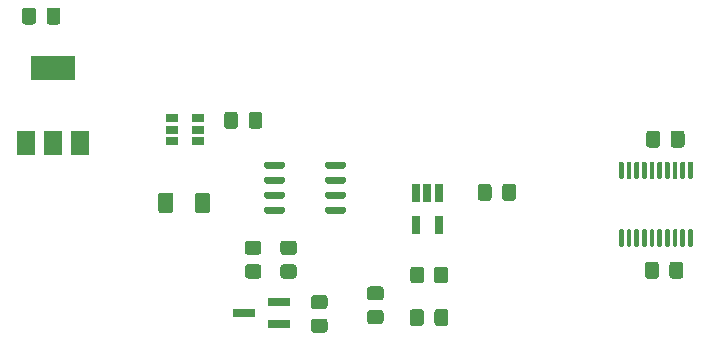
<source format=gtp>
G04 #@! TF.GenerationSoftware,KiCad,Pcbnew,5.1.10*
G04 #@! TF.CreationDate,2021-08-08T14:06:15+01:00*
G04 #@! TF.ProjectId,JBC controller,4a424320-636f-46e7-9472-6f6c6c65722e,rev?*
G04 #@! TF.SameCoordinates,Original*
G04 #@! TF.FileFunction,Paste,Top*
G04 #@! TF.FilePolarity,Positive*
%FSLAX46Y46*%
G04 Gerber Fmt 4.6, Leading zero omitted, Abs format (unit mm)*
G04 Created by KiCad (PCBNEW 5.1.10) date 2021-08-08 14:06:15*
%MOMM*%
%LPD*%
G01*
G04 APERTURE LIST*
%ADD10R,3.800000X2.000000*%
%ADD11R,1.500000X2.000000*%
%ADD12R,1.060000X0.650000*%
%ADD13R,0.650000X1.560000*%
%ADD14R,1.900000X0.800000*%
G04 APERTURE END LIST*
G36*
G01*
X107949999Y-103600000D02*
X108850001Y-103600000D01*
G75*
G02*
X109100000Y-103849999I0J-249999D01*
G01*
X109100000Y-104550001D01*
G75*
G02*
X108850001Y-104800000I-249999J0D01*
G01*
X107949999Y-104800000D01*
G75*
G02*
X107700000Y-104550001I0J249999D01*
G01*
X107700000Y-103849999D01*
G75*
G02*
X107949999Y-103600000I249999J0D01*
G01*
G37*
G36*
G01*
X107949999Y-105600000D02*
X108850001Y-105600000D01*
G75*
G02*
X109100000Y-105849999I0J-249999D01*
G01*
X109100000Y-106550001D01*
G75*
G02*
X108850001Y-106800000I-249999J0D01*
G01*
X107949999Y-106800000D01*
G75*
G02*
X107700000Y-106550001I0J249999D01*
G01*
X107700000Y-105849999D01*
G75*
G02*
X107949999Y-105600000I249999J0D01*
G01*
G37*
G36*
G01*
X136675000Y-104100000D02*
X136475000Y-104100000D01*
G75*
G02*
X136375000Y-104000000I0J100000D01*
G01*
X136375000Y-102725000D01*
G75*
G02*
X136475000Y-102625000I100000J0D01*
G01*
X136675000Y-102625000D01*
G75*
G02*
X136775000Y-102725000I0J-100000D01*
G01*
X136775000Y-104000000D01*
G75*
G02*
X136675000Y-104100000I-100000J0D01*
G01*
G37*
G36*
G01*
X137325000Y-104100000D02*
X137125000Y-104100000D01*
G75*
G02*
X137025000Y-104000000I0J100000D01*
G01*
X137025000Y-102725000D01*
G75*
G02*
X137125000Y-102625000I100000J0D01*
G01*
X137325000Y-102625000D01*
G75*
G02*
X137425000Y-102725000I0J-100000D01*
G01*
X137425000Y-104000000D01*
G75*
G02*
X137325000Y-104100000I-100000J0D01*
G01*
G37*
G36*
G01*
X137975000Y-104100000D02*
X137775000Y-104100000D01*
G75*
G02*
X137675000Y-104000000I0J100000D01*
G01*
X137675000Y-102725000D01*
G75*
G02*
X137775000Y-102625000I100000J0D01*
G01*
X137975000Y-102625000D01*
G75*
G02*
X138075000Y-102725000I0J-100000D01*
G01*
X138075000Y-104000000D01*
G75*
G02*
X137975000Y-104100000I-100000J0D01*
G01*
G37*
G36*
G01*
X138625000Y-104100000D02*
X138425000Y-104100000D01*
G75*
G02*
X138325000Y-104000000I0J100000D01*
G01*
X138325000Y-102725000D01*
G75*
G02*
X138425000Y-102625000I100000J0D01*
G01*
X138625000Y-102625000D01*
G75*
G02*
X138725000Y-102725000I0J-100000D01*
G01*
X138725000Y-104000000D01*
G75*
G02*
X138625000Y-104100000I-100000J0D01*
G01*
G37*
G36*
G01*
X139275000Y-104100000D02*
X139075000Y-104100000D01*
G75*
G02*
X138975000Y-104000000I0J100000D01*
G01*
X138975000Y-102725000D01*
G75*
G02*
X139075000Y-102625000I100000J0D01*
G01*
X139275000Y-102625000D01*
G75*
G02*
X139375000Y-102725000I0J-100000D01*
G01*
X139375000Y-104000000D01*
G75*
G02*
X139275000Y-104100000I-100000J0D01*
G01*
G37*
G36*
G01*
X139925000Y-104100000D02*
X139725000Y-104100000D01*
G75*
G02*
X139625000Y-104000000I0J100000D01*
G01*
X139625000Y-102725000D01*
G75*
G02*
X139725000Y-102625000I100000J0D01*
G01*
X139925000Y-102625000D01*
G75*
G02*
X140025000Y-102725000I0J-100000D01*
G01*
X140025000Y-104000000D01*
G75*
G02*
X139925000Y-104100000I-100000J0D01*
G01*
G37*
G36*
G01*
X140575000Y-104100000D02*
X140375000Y-104100000D01*
G75*
G02*
X140275000Y-104000000I0J100000D01*
G01*
X140275000Y-102725000D01*
G75*
G02*
X140375000Y-102625000I100000J0D01*
G01*
X140575000Y-102625000D01*
G75*
G02*
X140675000Y-102725000I0J-100000D01*
G01*
X140675000Y-104000000D01*
G75*
G02*
X140575000Y-104100000I-100000J0D01*
G01*
G37*
G36*
G01*
X141225000Y-104100000D02*
X141025000Y-104100000D01*
G75*
G02*
X140925000Y-104000000I0J100000D01*
G01*
X140925000Y-102725000D01*
G75*
G02*
X141025000Y-102625000I100000J0D01*
G01*
X141225000Y-102625000D01*
G75*
G02*
X141325000Y-102725000I0J-100000D01*
G01*
X141325000Y-104000000D01*
G75*
G02*
X141225000Y-104100000I-100000J0D01*
G01*
G37*
G36*
G01*
X141875000Y-104100000D02*
X141675000Y-104100000D01*
G75*
G02*
X141575000Y-104000000I0J100000D01*
G01*
X141575000Y-102725000D01*
G75*
G02*
X141675000Y-102625000I100000J0D01*
G01*
X141875000Y-102625000D01*
G75*
G02*
X141975000Y-102725000I0J-100000D01*
G01*
X141975000Y-104000000D01*
G75*
G02*
X141875000Y-104100000I-100000J0D01*
G01*
G37*
G36*
G01*
X142525000Y-104100000D02*
X142325000Y-104100000D01*
G75*
G02*
X142225000Y-104000000I0J100000D01*
G01*
X142225000Y-102725000D01*
G75*
G02*
X142325000Y-102625000I100000J0D01*
G01*
X142525000Y-102625000D01*
G75*
G02*
X142625000Y-102725000I0J-100000D01*
G01*
X142625000Y-104000000D01*
G75*
G02*
X142525000Y-104100000I-100000J0D01*
G01*
G37*
G36*
G01*
X142525000Y-98375000D02*
X142325000Y-98375000D01*
G75*
G02*
X142225000Y-98275000I0J100000D01*
G01*
X142225000Y-97000000D01*
G75*
G02*
X142325000Y-96900000I100000J0D01*
G01*
X142525000Y-96900000D01*
G75*
G02*
X142625000Y-97000000I0J-100000D01*
G01*
X142625000Y-98275000D01*
G75*
G02*
X142525000Y-98375000I-100000J0D01*
G01*
G37*
G36*
G01*
X141875000Y-98375000D02*
X141675000Y-98375000D01*
G75*
G02*
X141575000Y-98275000I0J100000D01*
G01*
X141575000Y-97000000D01*
G75*
G02*
X141675000Y-96900000I100000J0D01*
G01*
X141875000Y-96900000D01*
G75*
G02*
X141975000Y-97000000I0J-100000D01*
G01*
X141975000Y-98275000D01*
G75*
G02*
X141875000Y-98375000I-100000J0D01*
G01*
G37*
G36*
G01*
X141225000Y-98375000D02*
X141025000Y-98375000D01*
G75*
G02*
X140925000Y-98275000I0J100000D01*
G01*
X140925000Y-97000000D01*
G75*
G02*
X141025000Y-96900000I100000J0D01*
G01*
X141225000Y-96900000D01*
G75*
G02*
X141325000Y-97000000I0J-100000D01*
G01*
X141325000Y-98275000D01*
G75*
G02*
X141225000Y-98375000I-100000J0D01*
G01*
G37*
G36*
G01*
X140575000Y-98375000D02*
X140375000Y-98375000D01*
G75*
G02*
X140275000Y-98275000I0J100000D01*
G01*
X140275000Y-97000000D01*
G75*
G02*
X140375000Y-96900000I100000J0D01*
G01*
X140575000Y-96900000D01*
G75*
G02*
X140675000Y-97000000I0J-100000D01*
G01*
X140675000Y-98275000D01*
G75*
G02*
X140575000Y-98375000I-100000J0D01*
G01*
G37*
G36*
G01*
X139925000Y-98375000D02*
X139725000Y-98375000D01*
G75*
G02*
X139625000Y-98275000I0J100000D01*
G01*
X139625000Y-97000000D01*
G75*
G02*
X139725000Y-96900000I100000J0D01*
G01*
X139925000Y-96900000D01*
G75*
G02*
X140025000Y-97000000I0J-100000D01*
G01*
X140025000Y-98275000D01*
G75*
G02*
X139925000Y-98375000I-100000J0D01*
G01*
G37*
G36*
G01*
X139275000Y-98375000D02*
X139075000Y-98375000D01*
G75*
G02*
X138975000Y-98275000I0J100000D01*
G01*
X138975000Y-97000000D01*
G75*
G02*
X139075000Y-96900000I100000J0D01*
G01*
X139275000Y-96900000D01*
G75*
G02*
X139375000Y-97000000I0J-100000D01*
G01*
X139375000Y-98275000D01*
G75*
G02*
X139275000Y-98375000I-100000J0D01*
G01*
G37*
G36*
G01*
X138625000Y-98375000D02*
X138425000Y-98375000D01*
G75*
G02*
X138325000Y-98275000I0J100000D01*
G01*
X138325000Y-97000000D01*
G75*
G02*
X138425000Y-96900000I100000J0D01*
G01*
X138625000Y-96900000D01*
G75*
G02*
X138725000Y-97000000I0J-100000D01*
G01*
X138725000Y-98275000D01*
G75*
G02*
X138625000Y-98375000I-100000J0D01*
G01*
G37*
G36*
G01*
X137975000Y-98375000D02*
X137775000Y-98375000D01*
G75*
G02*
X137675000Y-98275000I0J100000D01*
G01*
X137675000Y-97000000D01*
G75*
G02*
X137775000Y-96900000I100000J0D01*
G01*
X137975000Y-96900000D01*
G75*
G02*
X138075000Y-97000000I0J-100000D01*
G01*
X138075000Y-98275000D01*
G75*
G02*
X137975000Y-98375000I-100000J0D01*
G01*
G37*
G36*
G01*
X137325000Y-98375000D02*
X137125000Y-98375000D01*
G75*
G02*
X137025000Y-98275000I0J100000D01*
G01*
X137025000Y-97000000D01*
G75*
G02*
X137125000Y-96900000I100000J0D01*
G01*
X137325000Y-96900000D01*
G75*
G02*
X137425000Y-97000000I0J-100000D01*
G01*
X137425000Y-98275000D01*
G75*
G02*
X137325000Y-98375000I-100000J0D01*
G01*
G37*
G36*
G01*
X136675000Y-98375000D02*
X136475000Y-98375000D01*
G75*
G02*
X136375000Y-98275000I0J100000D01*
G01*
X136375000Y-97000000D01*
G75*
G02*
X136475000Y-96900000I100000J0D01*
G01*
X136675000Y-96900000D01*
G75*
G02*
X136775000Y-97000000I0J-100000D01*
G01*
X136775000Y-98275000D01*
G75*
G02*
X136675000Y-98375000I-100000J0D01*
G01*
G37*
G36*
G01*
X111500000Y-97345000D02*
X111500000Y-97045000D01*
G75*
G02*
X111650000Y-96895000I150000J0D01*
G01*
X113100000Y-96895000D01*
G75*
G02*
X113250000Y-97045000I0J-150000D01*
G01*
X113250000Y-97345000D01*
G75*
G02*
X113100000Y-97495000I-150000J0D01*
G01*
X111650000Y-97495000D01*
G75*
G02*
X111500000Y-97345000I0J150000D01*
G01*
G37*
G36*
G01*
X111500000Y-98615000D02*
X111500000Y-98315000D01*
G75*
G02*
X111650000Y-98165000I150000J0D01*
G01*
X113100000Y-98165000D01*
G75*
G02*
X113250000Y-98315000I0J-150000D01*
G01*
X113250000Y-98615000D01*
G75*
G02*
X113100000Y-98765000I-150000J0D01*
G01*
X111650000Y-98765000D01*
G75*
G02*
X111500000Y-98615000I0J150000D01*
G01*
G37*
G36*
G01*
X111500000Y-99885000D02*
X111500000Y-99585000D01*
G75*
G02*
X111650000Y-99435000I150000J0D01*
G01*
X113100000Y-99435000D01*
G75*
G02*
X113250000Y-99585000I0J-150000D01*
G01*
X113250000Y-99885000D01*
G75*
G02*
X113100000Y-100035000I-150000J0D01*
G01*
X111650000Y-100035000D01*
G75*
G02*
X111500000Y-99885000I0J150000D01*
G01*
G37*
G36*
G01*
X111500000Y-101155000D02*
X111500000Y-100855000D01*
G75*
G02*
X111650000Y-100705000I150000J0D01*
G01*
X113100000Y-100705000D01*
G75*
G02*
X113250000Y-100855000I0J-150000D01*
G01*
X113250000Y-101155000D01*
G75*
G02*
X113100000Y-101305000I-150000J0D01*
G01*
X111650000Y-101305000D01*
G75*
G02*
X111500000Y-101155000I0J150000D01*
G01*
G37*
G36*
G01*
X106350000Y-101155000D02*
X106350000Y-100855000D01*
G75*
G02*
X106500000Y-100705000I150000J0D01*
G01*
X107950000Y-100705000D01*
G75*
G02*
X108100000Y-100855000I0J-150000D01*
G01*
X108100000Y-101155000D01*
G75*
G02*
X107950000Y-101305000I-150000J0D01*
G01*
X106500000Y-101305000D01*
G75*
G02*
X106350000Y-101155000I0J150000D01*
G01*
G37*
G36*
G01*
X106350000Y-99885000D02*
X106350000Y-99585000D01*
G75*
G02*
X106500000Y-99435000I150000J0D01*
G01*
X107950000Y-99435000D01*
G75*
G02*
X108100000Y-99585000I0J-150000D01*
G01*
X108100000Y-99885000D01*
G75*
G02*
X107950000Y-100035000I-150000J0D01*
G01*
X106500000Y-100035000D01*
G75*
G02*
X106350000Y-99885000I0J150000D01*
G01*
G37*
G36*
G01*
X106350000Y-98615000D02*
X106350000Y-98315000D01*
G75*
G02*
X106500000Y-98165000I150000J0D01*
G01*
X107950000Y-98165000D01*
G75*
G02*
X108100000Y-98315000I0J-150000D01*
G01*
X108100000Y-98615000D01*
G75*
G02*
X107950000Y-98765000I-150000J0D01*
G01*
X106500000Y-98765000D01*
G75*
G02*
X106350000Y-98615000I0J150000D01*
G01*
G37*
G36*
G01*
X106350000Y-97345000D02*
X106350000Y-97045000D01*
G75*
G02*
X106500000Y-96895000I150000J0D01*
G01*
X107950000Y-96895000D01*
G75*
G02*
X108100000Y-97045000I0J-150000D01*
G01*
X108100000Y-97345000D01*
G75*
G02*
X107950000Y-97495000I-150000J0D01*
G01*
X106500000Y-97495000D01*
G75*
G02*
X106350000Y-97345000I0J150000D01*
G01*
G37*
G36*
G01*
X89087500Y-84105000D02*
X89087500Y-85055000D01*
G75*
G02*
X88837500Y-85305000I-250000J0D01*
G01*
X88162500Y-85305000D01*
G75*
G02*
X87912500Y-85055000I0J250000D01*
G01*
X87912500Y-84105000D01*
G75*
G02*
X88162500Y-83855000I250000J0D01*
G01*
X88837500Y-83855000D01*
G75*
G02*
X89087500Y-84105000I0J-250000D01*
G01*
G37*
G36*
G01*
X87012500Y-84105000D02*
X87012500Y-85055000D01*
G75*
G02*
X86762500Y-85305000I-250000J0D01*
G01*
X86087500Y-85305000D01*
G75*
G02*
X85837500Y-85055000I0J250000D01*
G01*
X85837500Y-84105000D01*
G75*
G02*
X86087500Y-83855000I250000J0D01*
G01*
X86762500Y-83855000D01*
G75*
G02*
X87012500Y-84105000I0J-250000D01*
G01*
G37*
G36*
G01*
X140650000Y-106575000D02*
X140650000Y-105625000D01*
G75*
G02*
X140900000Y-105375000I250000J0D01*
G01*
X141575000Y-105375000D01*
G75*
G02*
X141825000Y-105625000I0J-250000D01*
G01*
X141825000Y-106575000D01*
G75*
G02*
X141575000Y-106825000I-250000J0D01*
G01*
X140900000Y-106825000D01*
G75*
G02*
X140650000Y-106575000I0J250000D01*
G01*
G37*
G36*
G01*
X138575000Y-106575000D02*
X138575000Y-105625000D01*
G75*
G02*
X138825000Y-105375000I250000J0D01*
G01*
X139500000Y-105375000D01*
G75*
G02*
X139750000Y-105625000I0J-250000D01*
G01*
X139750000Y-106575000D01*
G75*
G02*
X139500000Y-106825000I-250000J0D01*
G01*
X138825000Y-106825000D01*
G75*
G02*
X138575000Y-106575000I0J250000D01*
G01*
G37*
G36*
G01*
X139850000Y-94525000D02*
X139850000Y-95475000D01*
G75*
G02*
X139600000Y-95725000I-250000J0D01*
G01*
X138925000Y-95725000D01*
G75*
G02*
X138675000Y-95475000I0J250000D01*
G01*
X138675000Y-94525000D01*
G75*
G02*
X138925000Y-94275000I250000J0D01*
G01*
X139600000Y-94275000D01*
G75*
G02*
X139850000Y-94525000I0J-250000D01*
G01*
G37*
G36*
G01*
X141925000Y-94525000D02*
X141925000Y-95475000D01*
G75*
G02*
X141675000Y-95725000I-250000J0D01*
G01*
X141000000Y-95725000D01*
G75*
G02*
X140750000Y-95475000I0J250000D01*
G01*
X140750000Y-94525000D01*
G75*
G02*
X141000000Y-94275000I250000J0D01*
G01*
X141675000Y-94275000D01*
G75*
G02*
X141925000Y-94525000I0J-250000D01*
G01*
G37*
G36*
G01*
X104112500Y-92925000D02*
X104112500Y-93875000D01*
G75*
G02*
X103862500Y-94125000I-250000J0D01*
G01*
X103187500Y-94125000D01*
G75*
G02*
X102937500Y-93875000I0J250000D01*
G01*
X102937500Y-92925000D01*
G75*
G02*
X103187500Y-92675000I250000J0D01*
G01*
X103862500Y-92675000D01*
G75*
G02*
X104112500Y-92925000I0J-250000D01*
G01*
G37*
G36*
G01*
X106187500Y-92925000D02*
X106187500Y-93875000D01*
G75*
G02*
X105937500Y-94125000I-250000J0D01*
G01*
X105262500Y-94125000D01*
G75*
G02*
X105012500Y-93875000I0J250000D01*
G01*
X105012500Y-92925000D01*
G75*
G02*
X105262500Y-92675000I250000J0D01*
G01*
X105937500Y-92675000D01*
G75*
G02*
X106187500Y-92925000I0J-250000D01*
G01*
G37*
G36*
G01*
X121925000Y-109625000D02*
X121925000Y-110575000D01*
G75*
G02*
X121675000Y-110825000I-250000J0D01*
G01*
X121000000Y-110825000D01*
G75*
G02*
X120750000Y-110575000I0J250000D01*
G01*
X120750000Y-109625000D01*
G75*
G02*
X121000000Y-109375000I250000J0D01*
G01*
X121675000Y-109375000D01*
G75*
G02*
X121925000Y-109625000I0J-250000D01*
G01*
G37*
G36*
G01*
X119850000Y-109625000D02*
X119850000Y-110575000D01*
G75*
G02*
X119600000Y-110825000I-250000J0D01*
G01*
X118925000Y-110825000D01*
G75*
G02*
X118675000Y-110575000I0J250000D01*
G01*
X118675000Y-109625000D01*
G75*
G02*
X118925000Y-109375000I250000J0D01*
G01*
X119600000Y-109375000D01*
G75*
G02*
X119850000Y-109625000I0J-250000D01*
G01*
G37*
G36*
G01*
X127662500Y-99025000D02*
X127662500Y-99975000D01*
G75*
G02*
X127412500Y-100225000I-250000J0D01*
G01*
X126737500Y-100225000D01*
G75*
G02*
X126487500Y-99975000I0J250000D01*
G01*
X126487500Y-99025000D01*
G75*
G02*
X126737500Y-98775000I250000J0D01*
G01*
X127412500Y-98775000D01*
G75*
G02*
X127662500Y-99025000I0J-250000D01*
G01*
G37*
G36*
G01*
X125587500Y-99025000D02*
X125587500Y-99975000D01*
G75*
G02*
X125337500Y-100225000I-250000J0D01*
G01*
X124662500Y-100225000D01*
G75*
G02*
X124412500Y-99975000I0J250000D01*
G01*
X124412500Y-99025000D01*
G75*
G02*
X124662500Y-98775000I250000J0D01*
G01*
X125337500Y-98775000D01*
G75*
G02*
X125587500Y-99025000I0J-250000D01*
G01*
G37*
G36*
G01*
X111450001Y-109400000D02*
X110549999Y-109400000D01*
G75*
G02*
X110300000Y-109150001I0J249999D01*
G01*
X110300000Y-108449999D01*
G75*
G02*
X110549999Y-108200000I249999J0D01*
G01*
X111450001Y-108200000D01*
G75*
G02*
X111700000Y-108449999I0J-249999D01*
G01*
X111700000Y-109150001D01*
G75*
G02*
X111450001Y-109400000I-249999J0D01*
G01*
G37*
G36*
G01*
X111450001Y-111400000D02*
X110549999Y-111400000D01*
G75*
G02*
X110300000Y-111150001I0J249999D01*
G01*
X110300000Y-110449999D01*
G75*
G02*
X110549999Y-110200000I249999J0D01*
G01*
X111450001Y-110200000D01*
G75*
G02*
X111700000Y-110449999I0J-249999D01*
G01*
X111700000Y-111150001D01*
G75*
G02*
X111450001Y-111400000I-249999J0D01*
G01*
G37*
G36*
G01*
X105850001Y-104800000D02*
X104949999Y-104800000D01*
G75*
G02*
X104700000Y-104550001I0J249999D01*
G01*
X104700000Y-103849999D01*
G75*
G02*
X104949999Y-103600000I249999J0D01*
G01*
X105850001Y-103600000D01*
G75*
G02*
X106100000Y-103849999I0J-249999D01*
G01*
X106100000Y-104550001D01*
G75*
G02*
X105850001Y-104800000I-249999J0D01*
G01*
G37*
G36*
G01*
X105850001Y-106800000D02*
X104949999Y-106800000D01*
G75*
G02*
X104700000Y-106550001I0J249999D01*
G01*
X104700000Y-105849999D01*
G75*
G02*
X104949999Y-105600000I249999J0D01*
G01*
X105850001Y-105600000D01*
G75*
G02*
X106100000Y-105849999I0J-249999D01*
G01*
X106100000Y-106550001D01*
G75*
G02*
X105850001Y-106800000I-249999J0D01*
G01*
G37*
G36*
G01*
X115289999Y-109460000D02*
X116190001Y-109460000D01*
G75*
G02*
X116440000Y-109709999I0J-249999D01*
G01*
X116440000Y-110410001D01*
G75*
G02*
X116190001Y-110660000I-249999J0D01*
G01*
X115289999Y-110660000D01*
G75*
G02*
X115040000Y-110410001I0J249999D01*
G01*
X115040000Y-109709999D01*
G75*
G02*
X115289999Y-109460000I249999J0D01*
G01*
G37*
G36*
G01*
X115289999Y-107460000D02*
X116190001Y-107460000D01*
G75*
G02*
X116440000Y-107709999I0J-249999D01*
G01*
X116440000Y-108410001D01*
G75*
G02*
X116190001Y-108660000I-249999J0D01*
G01*
X115289999Y-108660000D01*
G75*
G02*
X115040000Y-108410001I0J249999D01*
G01*
X115040000Y-107709999D01*
G75*
G02*
X115289999Y-107460000I249999J0D01*
G01*
G37*
G36*
G01*
X121900000Y-106049999D02*
X121900000Y-106950001D01*
G75*
G02*
X121650001Y-107200000I-249999J0D01*
G01*
X120949999Y-107200000D01*
G75*
G02*
X120700000Y-106950001I0J249999D01*
G01*
X120700000Y-106049999D01*
G75*
G02*
X120949999Y-105800000I249999J0D01*
G01*
X121650001Y-105800000D01*
G75*
G02*
X121900000Y-106049999I0J-249999D01*
G01*
G37*
G36*
G01*
X119900000Y-106049999D02*
X119900000Y-106950001D01*
G75*
G02*
X119650001Y-107200000I-249999J0D01*
G01*
X118949999Y-107200000D01*
G75*
G02*
X118700000Y-106950001I0J249999D01*
G01*
X118700000Y-106049999D01*
G75*
G02*
X118949999Y-105800000I249999J0D01*
G01*
X119650001Y-105800000D01*
G75*
G02*
X119900000Y-106049999I0J-249999D01*
G01*
G37*
D10*
X88450000Y-89010000D03*
D11*
X88450000Y-95310000D03*
X90750000Y-95310000D03*
X86150000Y-95310000D03*
D12*
X98500000Y-93250000D03*
X98500000Y-94200000D03*
X98500000Y-95150000D03*
X100700000Y-95150000D03*
X100700000Y-93250000D03*
X100700000Y-94200000D03*
D13*
X121100000Y-99600000D03*
X120150000Y-99600000D03*
X119200000Y-99600000D03*
X119200000Y-102300000D03*
X121100000Y-102300000D03*
G36*
G01*
X97350000Y-101025000D02*
X97350000Y-99775000D01*
G75*
G02*
X97600000Y-99525000I250000J0D01*
G01*
X98400000Y-99525000D01*
G75*
G02*
X98650000Y-99775000I0J-250000D01*
G01*
X98650000Y-101025000D01*
G75*
G02*
X98400000Y-101275000I-250000J0D01*
G01*
X97600000Y-101275000D01*
G75*
G02*
X97350000Y-101025000I0J250000D01*
G01*
G37*
G36*
G01*
X100450000Y-101025000D02*
X100450000Y-99775000D01*
G75*
G02*
X100700000Y-99525000I250000J0D01*
G01*
X101500000Y-99525000D01*
G75*
G02*
X101750000Y-99775000I0J-250000D01*
G01*
X101750000Y-101025000D01*
G75*
G02*
X101500000Y-101275000I-250000J0D01*
G01*
X100700000Y-101275000D01*
G75*
G02*
X100450000Y-101025000I0J250000D01*
G01*
G37*
D14*
X107600000Y-110650000D03*
X107600000Y-108750000D03*
X104600000Y-109700000D03*
M02*

</source>
